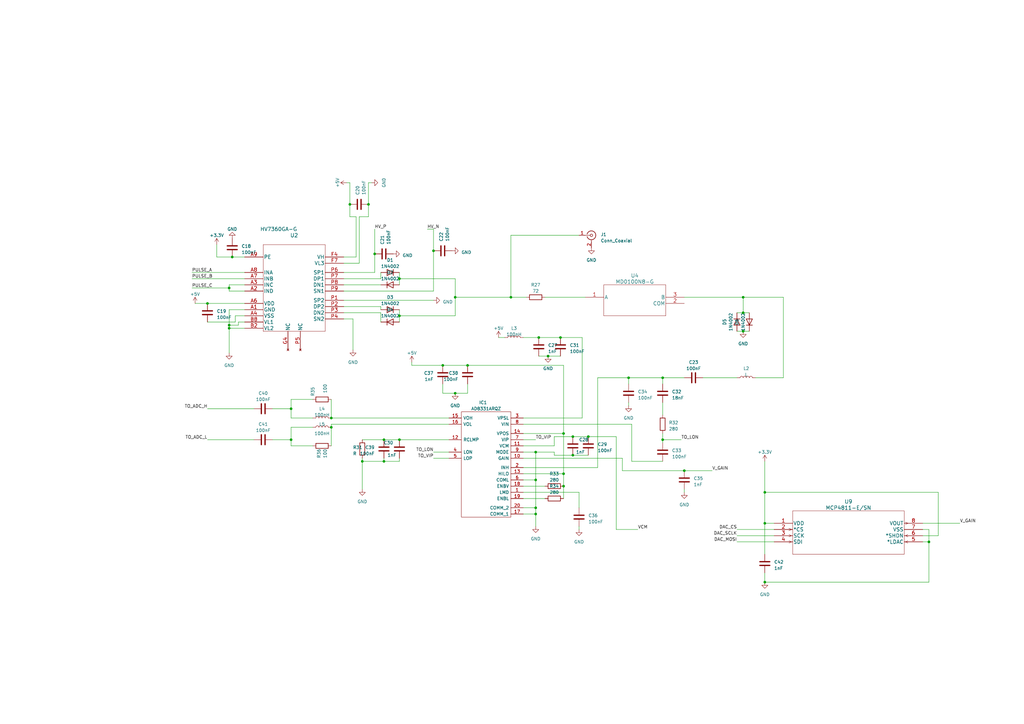
<source format=kicad_sch>
(kicad_sch (version 20230121) (generator eeschema)
  (paper "A3")
  (lib_symbols
    (symbol "2023-02-21_23-40-37:HV7360GA-G" (pin_names (offset 0.254))
      (property "Reference" "U2" (at 20.32 8.89 0))
      (property "Value" "HV7360GA-G" (at 13.97 11.43 0))
      (symbol "HV7360GA-G_1_1"
        (polyline (pts (xy 7.62 -30.48) (xy 33.02 -30.48)) (stroke (width 0.127)))
        (polyline (pts (xy 7.62 5.08) (xy 7.62 -30.48)) (stroke (width 0.127)))
        (polyline (pts (xy 33.02 -30.48) (xy 33.02 5.08)) (stroke (width 0.127)))
        (polyline (pts (xy 33.02 5.08) (xy 7.62 5.08)) (stroke (width 0.127)))
        (pin power_in line (at 0 -21.59 0) (length 7.62) (name "GND") (number "A1"))
        (pin input line (at 0 -13.97 0) (length 7.62) (name "IND") (number "A2"))
        (pin input line (at 0 -11.43 0) (length 7.62) (name "INC") (number "A3"))
        (pin power_in line (at 0 -24.13 0) (length 7.62) (name "VSS") (number "A4"))
        (pin power_in line (at 0 -19.05 0) (length 7.62) (name "VDD") (number "A6"))
        (pin input line (at 0 -8.89 0) (length 7.62) (name "INB") (number "A7"))
        (pin input line (at 0 -6.35 0) (length 7.62) (name "INA") (number "A8"))
        (pin input line (at 0 0 0) (length 7.62) (name "PE") (number "A9"))
        (pin power_in line (at 0 -29.21 0) (length 7.62) (name "VL2") (number "B2"))
        (pin power_in line (at 0 -26.67 0) (length 7.62) (name "VL1") (number "B8"))
        (pin power_in line (at 40.64 0 180) (length 7.62) (name "VH") (number "F4"))
        (pin bidirectional line (at 40.64 -2.54 180) (length 7.62) (name "VL3") (number "F7"))
        (pin no_connect line (at 17.78 -38.1 90) (length 7.62) (name "NC") (number "G4"))
        (pin power_in line (at 40.64 -17.78 180) (length 7.62) (name "SP2") (number "P1"))
        (pin output line (at 40.64 -20.32 180) (length 7.62) (name "DP2") (number "P2"))
        (pin output line (at 40.64 -22.86 180) (length 7.62) (name "DN2") (number "P3"))
        (pin power_in line (at 40.64 -25.4 180) (length 7.62) (name "SN2") (number "P4"))
        (pin no_connect line (at 22.86 -38.1 90) (length 7.62) (name "NC") (number "P5"))
        (pin power_in line (at 40.64 -6.35 180) (length 7.62) (name "SP1") (number "P6"))
        (pin output line (at 40.64 -8.89 180) (length 7.62) (name "DP1") (number "P7"))
        (pin output line (at 40.64 -11.43 180) (length 7.62) (name "DN1") (number "P8"))
        (pin power_in line (at 40.64 -13.97 180) (length 7.62) (name "SN1") (number "P9"))
      )
    )
    (symbol "2023-02-21_23-41-26:MD0100N8-G" (pin_names (offset 0.254))
      (property "Reference" "U" (at 20.32 10.16 0))
      (property "Value" "MD0100N8-G" (at 20.32 7.62 0))
      (symbol "MD0100N8-G_1_1"
        (polyline (pts (xy 7.62 -7.62) (xy 33.02 -7.62)) (stroke (width 0.127)))
        (polyline (pts (xy 7.62 5.08) (xy 7.62 -7.62)) (stroke (width 0.127)))
        (polyline (pts (xy 33.02 -7.62) (xy 33.02 5.08)) (stroke (width 0.127)))
        (polyline (pts (xy 33.02 5.08) (xy 7.62 5.08)) (stroke (width 0.127)))
        (pin unspecified line (at 0 0 0) (length 7.62) (name "A") (number "1"))
        (pin unspecified line (at 40.64 -2.54 180) (length 7.62) (name "COM") (number "2"))
        (pin unspecified line (at 40.64 0 180) (length 7.62) (name "B") (number "3"))
      )
    )
    (symbol "2023-02-23_20-47-58:MCP4811-E/SN" (pin_names (offset 0.254))
      (property "Reference" "U" (at 30.48 10.16 0))
      (property "Value" "MCP4811-E/SN" (at 30.48 7.62 0))
      (symbol "MCP4811-E/SN_1_1"
        (polyline (pts (xy 7.112 -7.62) (xy 6.0452 -8.128)) (stroke (width 0.127)))
        (polyline (pts (xy 7.112 -7.62) (xy 6.0452 -7.112)) (stroke (width 0.127)))
        (polyline (pts (xy 7.112 -5.08) (xy 6.0452 -5.588)) (stroke (width 0.127)))
        (polyline (pts (xy 7.112 -5.08) (xy 6.0452 -4.572)) (stroke (width 0.127)))
        (polyline (pts (xy 7.112 -2.54) (xy 6.0452 -3.048)) (stroke (width 0.127)))
        (polyline (pts (xy 7.112 -2.54) (xy 6.0452 -2.032)) (stroke (width 0.127)))
        (polyline (pts (xy 7.62 -12.7) (xy 53.34 -12.7)) (stroke (width 0.127)))
        (polyline (pts (xy 7.62 5.08) (xy 7.62 -12.7)) (stroke (width 0.127)))
        (polyline (pts (xy 53.34 -12.7) (xy 53.34 5.08)) (stroke (width 0.127)))
        (polyline (pts (xy 53.34 5.08) (xy 7.62 5.08)) (stroke (width 0.127)))
        (polyline (pts (xy 53.848 -7.62) (xy 54.9148 -8.128)) (stroke (width 0.127)))
        (polyline (pts (xy 53.848 -7.62) (xy 54.9148 -7.112)) (stroke (width 0.127)))
        (polyline (pts (xy 53.848 -5.08) (xy 54.9148 -5.588)) (stroke (width 0.127)))
        (polyline (pts (xy 53.848 -5.08) (xy 54.9148 -4.572)) (stroke (width 0.127)))
        (polyline (pts (xy 53.848 -0.508) (xy 54.9148 0)) (stroke (width 0.127)))
        (polyline (pts (xy 53.848 0.508) (xy 54.9148 0)) (stroke (width 0.127)))
        (pin power_in line (at 0 0 0) (length 7.62) (name "VDD") (number "1"))
        (pin input line (at 0 -2.54 0) (length 7.62) (name "*CS") (number "2"))
        (pin input line (at 0 -5.08 0) (length 7.62) (name "SCK") (number "3"))
        (pin input line (at 0 -7.62 0) (length 7.62) (name "SDI") (number "4"))
        (pin input line (at 60.96 -7.62 180) (length 7.62) (name "*LDAC") (number "5"))
        (pin input line (at 60.96 -5.08 180) (length 7.62) (name "*SHDN") (number "6"))
        (pin power_in line (at 60.96 -2.54 180) (length 7.62) (name "VSS") (number "7"))
        (pin output line (at 60.96 0 180) (length 7.62) (name "VOUT") (number "8"))
      )
    )
    (symbol "AD8331ARQZ:AD8331ARQZ" (pin_names (offset 0.762))
      (property "Reference" "IC1" (at 15.24 6.35 0))
      (property "Value" "AD8331ARQZ" (at 16.51 3.81 0))
      (symbol "AD8331ARQZ_0_0"
        (pin passive line (at 31.75 -30.48 180) (length 5.08) (name "LMD") (number "1"))
        (pin passive line (at 31.75 -16.51 180) (length 5.08) (name "GAIN") (number "10"))
        (pin passive line (at 31.75 -11.43 180) (length 5.08) (name "VCM") (number "11"))
        (pin passive line (at 1.27 -8.89 0) (length 5.08) (name "RCLMP") (number "12"))
        (pin passive line (at 31.75 -22.86 180) (length 5.08) (name "HILO") (number "13"))
        (pin passive line (at 31.75 -6.35 180) (length 5.08) (name "VPOS") (number "14"))
        (pin passive line (at 1.27 0 0) (length 5.08) (name "VOH") (number "15"))
        (pin passive line (at 1.27 -2.54 0) (length 5.08) (name "VOL") (number "16"))
        (pin passive line (at 31.75 -39.37 180) (length 5.08) (name "COMM_1") (number "17"))
        (pin passive line (at 31.75 -27.94 180) (length 5.08) (name "ENBV") (number "18"))
        (pin passive line (at 31.75 -33.02 180) (length 5.08) (name "ENBL") (number "19"))
        (pin passive line (at 31.75 -20.32 180) (length 5.08) (name "INH") (number "2"))
        (pin passive line (at 31.75 -36.83 180) (length 5.08) (name "COMM_2") (number "20"))
        (pin passive line (at 31.75 0 180) (length 5.08) (name "VPSL") (number "3"))
        (pin passive line (at 1.27 -13.97 0) (length 5.08) (name "LON") (number "4"))
        (pin passive line (at 1.27 -16.51 0) (length 5.08) (name "LOP") (number "5"))
        (pin passive line (at 31.75 -25.4 180) (length 5.08) (name "COML") (number "6"))
        (pin passive line (at 31.75 -8.89 180) (length 5.08) (name "VIP") (number "7"))
        (pin passive line (at 31.75 -2.54 180) (length 5.08) (name "VIN") (number "8"))
        (pin passive line (at 31.75 -13.97 180) (length 5.08) (name "MODE") (number "9"))
      )
      (symbol "AD8331ARQZ_0_1"
        (polyline (pts (xy 26.67 2.54) (xy 6.35 2.54) (xy 6.35 -40.64) (xy 26.67 -40.64) (xy 26.67 2.54)) (stroke (width 0.1524)))
      )
    )
    (symbol "Connector:Conn_Coaxial" (pin_names (offset 1.016) hide)
      (property "Reference" "J" (at 0.254 3.048 0))
      (property "Value" "Conn_Coaxial" (at 2.921 0 90))
      (symbol "Conn_Coaxial_0_1"
        (arc (start -1.778 -0.508) (mid 0.2311 -1.8066) (end 1.778 0) (stroke (width 0.254)))
        (polyline (pts (xy -2.54 0) (xy -0.508 0)))
        (polyline (pts (xy 0 -2.54) (xy 0 -1.778)))
        (circle (center 0 0) (radius 0.508) (stroke (width 0.2032)))
        (arc (start 1.778 0) (mid 0.2099 1.8101) (end -1.778 0.508) (stroke (width 0.254)))
      )
      (symbol "Conn_Coaxial_1_1"
        (pin passive line (at -5.08 0 0) (length 2.54) (name "In") (number "1"))
        (pin passive line (at 0 -5.08 90) (length 2.54) (name "Ext") (number "2"))
      )
    )
    (symbol "Device:C" (pin_numbers hide) (pin_names (offset 0.254))
      (property "Reference" "C" (at 0.635 2.54 0))
      (property "Value" "C" (at 0.635 -2.54 0))
      (symbol "C_0_1"
        (polyline (pts (xy -2.032 -0.762) (xy 2.032 -0.762)) (stroke (width 0.508)))
        (polyline (pts (xy -2.032 0.762) (xy 2.032 0.762)) (stroke (width 0.508)))
      )
      (symbol "C_1_1"
        (pin passive line (at 0 3.81 270) (length 2.794) (name "~") (number "1"))
        (pin passive line (at 0 -3.81 90) (length 2.794) (name "~") (number "2"))
      )
    )
    (symbol "Device:L" (pin_numbers hide) (pin_names (offset 1.016) hide)
      (property "Reference" "L" (at -1.27 0 90))
      (property "Value" "L" (at 1.905 0 90))
      (symbol "L_0_1"
        (arc (start 0 -2.54) (mid 0.6323 -1.905) (end 0 -1.27))
        (arc (start 0 -1.27) (mid 0.6323 -0.635) (end 0 0))
        (arc (start 0 0) (mid 0.6323 0.635) (end 0 1.27))
        (arc (start 0 1.27) (mid 0.6323 1.905) (end 0 2.54))
      )
      (symbol "L_1_1"
        (pin passive line (at 0 3.81 270) (length 1.27) (name "1") (number "1"))
        (pin passive line (at 0 -3.81 90) (length 1.27) (name "2") (number "2"))
      )
    )
    (symbol "Device:R" (pin_numbers hide) (pin_names (offset 0))
      (property "Reference" "R" (at 2.032 0 90))
      (property "Value" "R" (at 0 0 90))
      (symbol "R_0_1"
        (rectangle (start -1.016 -2.54) (end 1.016 2.54) (stroke (width 0.254)))
      )
      (symbol "R_1_1"
        (pin passive line (at 0 3.81 270) (length 1.27) (name "~") (number "1"))
        (pin passive line (at 0 -3.81 90) (length 1.27) (name "~") (number "2"))
      )
    )
    (symbol "Diode:1N4002" (pin_numbers hide) (pin_names hide)
      (property "Reference" "D" (at 0 2.54 0))
      (property "Value" "1N4002" (at 0 -2.54 0))
      (symbol "1N4002_0_1"
        (polyline (pts (xy -1.27 1.27) (xy -1.27 -1.27)) (stroke (width 0.254)))
        (polyline (pts (xy 1.27 0) (xy -1.27 0)))
        (polyline (pts (xy 1.27 1.27) (xy 1.27 -1.27) (xy -1.27 0) (xy 1.27 1.27)) (stroke (width 0.254)))
      )
      (symbol "1N4002_1_1"
        (pin passive line (at -3.81 0 0) (length 2.54) (name "K") (number "1"))
        (pin passive line (at 3.81 0 180) (length 2.54) (name "A") (number "2"))
      )
    )
    (symbol "power:+3.3V" (power) (pin_names (offset 0))
      (property "Value" "+3.3V" (at 0 3.556 0))
      (symbol "+3.3V_0_1"
        (polyline (pts (xy -0.762 1.27) (xy 0 2.54)))
        (polyline (pts (xy 0 0) (xy 0 2.54)))
        (polyline (pts (xy 0 2.54) (xy 0.762 1.27)))
      )
      (symbol "+3.3V_1_1"
        (pin power_in line (at 0 0 90) (length 0) hide (name "+3.3V") (number "1"))
      )
    )
    (symbol "power:+5V" (power) (pin_names (offset 0))
      (property "Value" "+5V" (at 0 3.556 0))
      (symbol "+5V_0_1"
        (polyline (pts (xy -0.762 1.27) (xy 0 2.54)))
        (polyline (pts (xy 0 0) (xy 0 2.54)))
        (polyline (pts (xy 0 2.54) (xy 0.762 1.27)))
      )
      (symbol "+5V_1_1"
        (pin power_in line (at 0 0 90) (length 0) hide (name "+5V") (number "1"))
      )
    )
    (symbol "power:GND" (power) (pin_names (offset 0))
      (property "Value" "GND" (at 0 -3.81 0))
      (symbol "GND_0_1"
        (polyline (pts (xy 0 0) (xy 0 -1.27) (xy 1.27 -1.27) (xy 0 -2.54) (xy -1.27 -1.27) (xy 0 -1.27)))
      )
      (symbol "GND_1_1"
        (pin power_in line (at 0 0 270) (length 0) hide (name "GND") (number "1"))
      )
    )
  )
  (junction (at 157.48 180.34))
  (junction (at 219.71 196.85))
  (junction (at 143.51 83.82))
  (junction (at 280.67 193.04))
  (junction (at 241.3 179.07))
  (junction (at 313.69 238.76))
  (junction (at 313.69 214.63))
  (junction (at 93.98 134.62))
  (junction (at 119.38 180.34))
  (junction (at 95.25 105.41))
  (junction (at 93.98 118.11))
  (junction (at 85.09 124.46))
  (junction (at 219.71 208.28))
  (junction (at 157.48 189.23))
  (junction (at 381 222.25))
  (junction (at 234.95 179.07))
  (junction (at 191.77 149.86))
  (junction (at 231.14 199.39))
  (junction (at 209.55 121.92))
  (junction (at 313.69 201.93))
  (junction (at 224.79 146.05))
  (junction (at 304.8 135.89))
  (junction (at 163.83 114.3))
  (junction (at 153.67 104.14))
  (junction (at 151.13 83.82))
  (junction (at 271.78 180.34))
  (junction (at 135.89 171.45))
  (junction (at 231.14 177.8))
  (junction (at 220.98 138.43))
  (junction (at 234.95 186.69))
  (junction (at 177.8 102.87))
  (junction (at 148.59 189.23))
  (junction (at 181.61 149.86))
  (junction (at 219.71 185.42))
  (junction (at 135.89 175.26))
  (junction (at 304.8 121.92))
  (junction (at 229.87 138.43))
  (junction (at 186.69 121.92))
  (junction (at 271.78 154.94))
  (junction (at 257.81 154.94))
  (junction (at 163.83 180.34))
  (junction (at 186.69 161.29))
  (junction (at 93.98 133.35))
  (junction (at 119.38 167.64))
  (junction (at 304.8 128.27))
  (junction (at 231.14 194.31))
  (junction (at 219.71 210.82))
  (junction (at 163.83 129.54))
  (wire (pts (xy 119.38 180.34) (xy 119.38 182.88)))
  (wire (pts (xy 97.79 132.08) (xy 97.79 133.35)))
  (wire (pts (xy 85.09 132.08) (xy 96.52 132.08)))
  (wire (pts (xy 88.9 105.41) (xy 95.25 105.41)))
  (wire (pts (xy 135.89 163.83) (xy 135.89 171.45)))
  (wire (pts (xy 97.79 133.35) (xy 93.98 133.35)))
  (wire (pts (xy 309.88 154.94) (xy 321.31 154.94)))
  (wire (pts (xy 313.69 189.23) (xy 313.69 201.93)))
  (wire (pts (xy 100.33 127) (xy 93.98 127)))
  (wire (pts (xy 215.9 121.92) (xy 209.55 121.92)))
  (wire (pts (xy 80.01 124.46) (xy 85.09 124.46)))
  (wire (pts (xy 231.14 149.86) (xy 231.14 177.8)))
  (wire (pts (xy 153.67 104.14) (xy 153.67 111.76)))
  (wire (pts (xy 93.98 133.35) (xy 93.98 134.62)))
  (wire (pts (xy 219.71 185.42) (xy 219.71 196.85)))
  (wire (pts (xy 146.05 88.9) (xy 143.51 88.9)))
  (wire (pts (xy 271.78 180.34) (xy 279.4 180.34)))
  (wire (pts (xy 184.15 171.45) (xy 135.89 171.45)))
  (wire (pts (xy 302.26 135.89) (xy 304.8 135.89)))
  (wire (pts (xy 163.83 127) (xy 163.83 129.54)))
  (wire (pts (xy 313.69 238.76) (xy 381 238.76)))
  (wire (pts (xy 231.14 177.8) (xy 231.14 194.31)))
  (wire (pts (xy 252.73 179.07) (xy 252.73 217.17)))
  (wire (pts (xy 234.95 179.07) (xy 241.3 179.07)))
  (wire (pts (xy 227.33 186.69) (xy 234.95 186.69)))
  (wire (pts (xy 144.78 130.81) (xy 140.97 130.81)))
  (wire (pts (xy 186.69 114.3) (xy 186.69 121.92)))
  (wire (pts (xy 313.69 214.63) (xy 317.5 214.63)))
  (wire (pts (xy 135.89 173.99) (xy 135.89 175.26)))
  (wire (pts (xy 227.33 182.88) (xy 227.33 179.07)))
  (wire (pts (xy 271.78 180.34) (xy 271.78 181.61)))
  (wire (pts (xy 93.98 127) (xy 93.98 133.35)))
  (wire (pts (xy 245.11 154.94) (xy 245.11 191.77)))
  (wire (pts (xy 146.05 105.41) (xy 140.97 105.41)))
  (wire (pts (xy 255.27 187.96) (xy 255.27 193.04)))
  (wire (pts (xy 140.97 116.84) (xy 156.21 116.84)))
  (wire (pts (xy 288.29 154.94) (xy 302.26 154.94)))
  (wire (pts (xy 119.38 171.45) (xy 128.27 171.45)))
  (wire (pts (xy 259.08 189.23) (xy 259.08 173.99)))
  (wire (pts (xy 147.32 107.95) (xy 140.97 107.95)))
  (wire (pts (xy 223.52 121.92) (xy 240.03 121.92)))
  (wire (pts (xy 214.63 199.39) (xy 223.52 199.39)))
  (wire (pts (xy 381 238.76) (xy 381 222.25)))
  (wire (pts (xy 95.25 105.41) (xy 100.33 105.41)))
  (wire (pts (xy 271.78 177.8) (xy 271.78 180.34)))
  (wire (pts (xy 151.13 74.93) (xy 152.4 74.93)))
  (wire (pts (xy 231.14 194.31) (xy 231.14 199.39)))
  (wire (pts (xy 177.8 185.42) (xy 184.15 185.42)))
  (wire (pts (xy 148.59 189.23) (xy 157.48 189.23)))
  (wire (pts (xy 280.67 121.92) (xy 304.8 121.92)))
  (wire (pts (xy 237.49 201.93) (xy 237.49 208.28)))
  (wire (pts (xy 304.8 128.27) (xy 307.34 128.27)))
  (wire (pts (xy 313.69 201.93) (xy 384.81 201.93)))
  (wire (pts (xy 181.61 149.86) (xy 168.91 149.86)))
  (wire (pts (xy 148.59 180.34) (xy 157.48 180.34)))
  (wire (pts (xy 313.69 201.93) (xy 313.69 214.63)))
  (wire (pts (xy 100.33 132.08) (xy 97.79 132.08)))
  (wire (pts (xy 96.52 132.08) (xy 96.52 129.54)))
  (wire (pts (xy 241.3 179.07) (xy 252.73 179.07)))
  (wire (pts (xy 304.8 121.92) (xy 321.31 121.92)))
  (wire (pts (xy 156.21 128.27) (xy 156.21 132.08)))
  (wire (pts (xy 93.98 116.84) (xy 93.98 118.11)))
  (wire (pts (xy 119.38 175.26) (xy 119.38 180.34)))
  (wire (pts (xy 78.74 114.3) (xy 100.33 114.3)))
  (wire (pts (xy 214.63 180.34) (xy 219.71 180.34)))
  (wire (pts (xy 229.87 138.43) (xy 238.76 138.43)))
  (wire (pts (xy 209.55 96.52) (xy 209.55 121.92)))
  (wire (pts (xy 214.63 171.45) (xy 238.76 171.45)))
  (wire (pts (xy 313.69 214.63) (xy 313.69 227.33)))
  (wire (pts (xy 280.67 193.04) (xy 292.1 193.04)))
  (wire (pts (xy 157.48 180.34) (xy 163.83 180.34)))
  (wire (pts (xy 78.74 118.11) (xy 93.98 118.11)))
  (wire (pts (xy 381 217.17) (xy 378.46 217.17)))
  (wire (pts (xy 96.52 129.54) (xy 100.33 129.54)))
  (wire (pts (xy 271.78 189.23) (xy 259.08 189.23)))
  (wire (pts (xy 163.83 180.34) (xy 184.15 180.34)))
  (wire (pts (xy 302.26 128.27) (xy 304.8 128.27)))
  (wire (pts (xy 140.97 128.27) (xy 156.21 128.27)))
  (wire (pts (xy 191.77 161.29) (xy 186.69 161.29)))
  (wire (pts (xy 204.47 138.43) (xy 207.01 138.43)))
  (wire (pts (xy 245.11 154.94) (xy 257.81 154.94)))
  (wire (pts (xy 93.98 118.11) (xy 93.98 119.38)))
  (wire (pts (xy 151.13 83.82) (xy 151.13 74.93)))
  (wire (pts (xy 271.78 170.18) (xy 271.78 165.1)))
  (wire (pts (xy 147.32 88.9) (xy 147.32 107.95)))
  (wire (pts (xy 156.21 125.73) (xy 156.21 127)))
  (wire (pts (xy 191.77 157.48) (xy 191.77 161.29)))
  (wire (pts (xy 135.89 175.26) (xy 135.89 182.88)))
  (wire (pts (xy 184.15 173.99) (xy 135.89 173.99)))
  (wire (pts (xy 259.08 173.99) (xy 214.63 173.99)))
  (wire (pts (xy 220.98 146.05) (xy 224.79 146.05)))
  (wire (pts (xy 257.81 154.94) (xy 271.78 154.94)))
  (wire (pts (xy 163.83 187.96) (xy 163.83 189.23)))
  (wire (pts (xy 384.81 201.93) (xy 384.81 219.71)))
  (wire (pts (xy 214.63 138.43) (xy 220.98 138.43)))
  (wire (pts (xy 280.67 200.66) (xy 280.67 201.93)))
  (wire (pts (xy 220.98 138.43) (xy 229.87 138.43)))
  (wire (pts (xy 153.67 93.98) (xy 153.67 104.14)))
  (wire (pts (xy 302.26 222.25) (xy 317.5 222.25)))
  (wire (pts (xy 214.63 177.8) (xy 231.14 177.8)))
  (wire (pts (xy 88.9 100.33) (xy 88.9 105.41)))
  (wire (pts (xy 163.83 129.54) (xy 186.69 129.54)))
  (wire (pts (xy 151.13 88.9) (xy 151.13 83.82)))
  (wire (pts (xy 163.83 111.76) (xy 163.83 114.3)))
  (wire (pts (xy 168.91 149.86) (xy 168.91 148.59)))
  (wire (pts (xy 148.59 189.23) (xy 148.59 200.66)))
  (wire (pts (xy 302.26 217.17) (xy 317.5 217.17)))
  (wire (pts (xy 177.8 187.96) (xy 184.15 187.96)))
  (wire (pts (xy 214.63 204.47) (xy 223.52 204.47)))
  (wire (pts (xy 111.76 180.34) (xy 119.38 180.34)))
  (wire (pts (xy 93.98 134.62) (xy 93.98 144.78)))
  (wire (pts (xy 381 222.25) (xy 381 217.17)))
  (wire (pts (xy 128.27 163.83) (xy 119.38 163.83)))
  (wire (pts (xy 140.97 125.73) (xy 156.21 125.73)))
  (wire (pts (xy 302.26 219.71) (xy 317.5 219.71)))
  (wire (pts (xy 214.63 185.42) (xy 219.71 185.42)))
  (wire (pts (xy 119.38 167.64) (xy 119.38 171.45)))
  (wire (pts (xy 214.63 196.85) (xy 219.71 196.85)))
  (wire (pts (xy 143.51 83.82) (xy 143.51 74.93)))
  (wire (pts (xy 214.63 208.28) (xy 219.71 208.28)))
  (wire (pts (xy 163.83 114.3) (xy 163.83 116.84)))
  (wire (pts (xy 143.51 74.93) (xy 142.24 74.93)))
  (wire (pts (xy 148.59 187.96) (xy 148.59 189.23)))
  (wire (pts (xy 245.11 191.77) (xy 214.63 191.77)))
  (wire (pts (xy 181.61 161.29) (xy 181.61 157.48)))
  (wire (pts (xy 100.33 134.62) (xy 93.98 134.62)))
  (wire (pts (xy 140.97 111.76) (xy 153.67 111.76)))
  (wire (pts (xy 214.63 182.88) (xy 227.33 182.88)))
  (wire (pts (xy 146.05 88.9) (xy 146.05 105.41)))
  (wire (pts (xy 191.77 149.86) (xy 181.61 149.86)))
  (wire (pts (xy 186.69 121.92) (xy 186.69 129.54)))
  (wire (pts (xy 271.78 154.94) (xy 271.78 157.48)))
  (wire (pts (xy 313.69 234.95) (xy 313.69 238.76)))
  (wire (pts (xy 177.8 93.98) (xy 175.26 93.98)))
  (wire (pts (xy 143.51 88.9) (xy 143.51 83.82)))
  (wire (pts (xy 119.38 182.88) (xy 128.27 182.88)))
  (wire (pts (xy 384.81 219.71) (xy 378.46 219.71)))
  (wire (pts (xy 163.83 114.3) (xy 186.69 114.3)))
  (wire (pts (xy 231.14 199.39) (xy 231.14 204.47)))
  (wire (pts (xy 78.74 111.76) (xy 100.33 111.76)))
  (wire (pts (xy 257.81 166.37) (xy 257.81 165.1)))
  (wire (pts (xy 238.76 138.43) (xy 238.76 171.45)))
  (wire (pts (xy 119.38 163.83) (xy 119.38 167.64)))
  (wire (pts (xy 271.78 154.94) (xy 280.67 154.94)))
  (wire (pts (xy 234.95 186.69) (xy 241.3 186.69)))
  (wire (pts (xy 214.63 187.96) (xy 255.27 187.96)))
  (wire (pts (xy 219.71 210.82) (xy 219.71 215.9)))
  (wire (pts (xy 186.69 121.92) (xy 209.55 121.92)))
  (wire (pts (xy 255.27 193.04) (xy 280.67 193.04)))
  (wire (pts (xy 214.63 201.93) (xy 237.49 201.93)))
  (wire (pts (xy 378.46 214.63) (xy 393.7 214.63)))
  (wire (pts (xy 214.63 194.31) (xy 231.14 194.31)))
  (wire (pts (xy 100.33 116.84) (xy 93.98 116.84)))
  (wire (pts (xy 128.27 175.26) (xy 119.38 175.26)))
  (wire (pts (xy 93.98 119.38) (xy 100.33 119.38)))
  (wire (pts (xy 304.8 121.92) (xy 304.8 128.27)))
  (wire (pts (xy 177.8 119.38) (xy 140.97 119.38)))
  (wire (pts (xy 237.49 215.9) (xy 237.49 217.17)))
  (wire (pts (xy 156.21 114.3) (xy 156.21 111.76)))
  (wire (pts (xy 85.09 124.46) (xy 100.33 124.46)))
  (wire (pts (xy 257.81 154.94) (xy 257.81 157.48)))
  (wire (pts (xy 147.32 88.9) (xy 151.13 88.9)))
  (wire (pts (xy 85.09 167.64) (xy 104.14 167.64)))
  (wire (pts (xy 111.76 167.64) (xy 119.38 167.64)))
  (wire (pts (xy 219.71 185.42) (xy 227.33 185.42)))
  (wire (pts (xy 219.71 196.85) (xy 219.71 208.28)))
  (wire (pts (xy 157.48 189.23) (xy 163.83 189.23)))
  (wire (pts (xy 304.8 135.89) (xy 307.34 135.89)))
  (wire (pts (xy 224.79 146.05) (xy 229.87 146.05)))
  (wire (pts (xy 140.97 114.3) (xy 156.21 114.3)))
  (wire (pts (xy 163.83 129.54) (xy 163.83 132.08)))
  (wire (pts (xy 214.63 210.82) (xy 219.71 210.82)))
  (wire (pts (xy 177.8 93.98) (xy 177.8 102.87)))
  (wire (pts (xy 157.48 187.96) (xy 157.48 189.23)))
  (wire (pts (xy 177.8 102.87) (xy 177.8 119.38)))
  (wire (pts (xy 186.69 161.29) (xy 181.61 161.29)))
  (wire (pts (xy 378.46 222.25) (xy 381 222.25)))
  (wire (pts (xy 191.77 149.86) (xy 231.14 149.86)))
  (wire (pts (xy 104.14 180.34) (xy 85.09 180.34)))
  (wire (pts (xy 252.73 217.17) (xy 261.62 217.17)))
  (wire (pts (xy 227.33 179.07) (xy 234.95 179.07)))
  (wire (pts (xy 227.33 185.42) (xy 227.33 186.69)))
  (wire (pts (xy 321.31 121.92) (xy 321.31 154.94)))
  (wire (pts (xy 219.71 208.28) (xy 219.71 210.82)))
  (wire (pts (xy 144.78 143.51) (xy 144.78 130.81)))
  (wire (pts (xy 209.55 96.52) (xy 237.49 96.52)))
  (wire (pts (xy 140.97 123.19) (xy 177.8 123.19)))
  (label "DAC_MOSI" (at 302.26 222.25 180))
  (label "PULSE_B" (at 78.74 114.3 0))
  (label "V_GAIN" (at 393.7 214.63 0))
  (label "V_GAIN" (at 292.1 193.04 0))
  (label "TO_VIP" (at 177.8 187.96 180))
  (label "HV_P" (at 153.67 93.98 0))
  (label "TO_LON" (at 177.8 185.42 180))
  (label "PULSE_A" (at 78.74 111.76 0))
  (label "HV_N" (at 175.26 93.98 0))
  (label "PULSE_C" (at 78.74 118.11 0))
  (label "DAC_CS" (at 302.26 217.17 180))
  (label "DAC_SCLK" (at 302.26 219.71 180))
  (label "TO_ADC_H" (at 85.09 167.64 180))
  (label "TO_LON" (at 279.4 180.34 0))
  (label "TO_VIP" (at 219.71 180.34 0))
  (label "VCM" (at 261.62 217.17 0))
  (label "TO_ADC_L" (at 85.09 180.34 180))
  (symbol (lib_id "2023-02-21_23-40-37:HV7360GA-G") (at 100.33 105.41 0) (unit 1)
    (property "Reference" "U2" (at 120.65 96.52 0) (effects (font (size 1.524 1.524))))
    (property "Value" "HV7360GA-G" (at 114.3 93.98 0) (effects (font (size 1.524 1.524))))
    (property "Footprint" "CABGA22_JY_MCH" (effects hide))
  )
  (symbol (lib_id "Device:R") (at 227.33 199.39 90) (unit 1)
    (property "Reference" "R33" (at 227.33 194.31 90))
    (property "Value" "280" (at 227.33 196.85 90))
  )
  (symbol (lib_id "power:+3.3V") (at 313.69 189.23 0) (unit 1)
    (property "Reference" "#PWR053" (effects hide))
    (property "Value" "+3.3V" (at 313.69 185.42 0))
  )
  (symbol (lib_id "Diode:1N4002") (at 160.02 132.08 0) (unit 1)
    (property "Reference" "D4" (at 160.02 127 0))
    (property "Value" "1N4002" (at 160.02 129.54 0))
    (property "Footprint" "Diode_THT:D_DO-41_SOD81_P10.16mm_Horizontal" (effects hide))
    (property "Datasheet" "http://www.vishay.com/docs/88503/1n4001.pdf" (effects hide))
    (property "Sim.Device" "D" (effects hide))
    (property "Sim.Pins" "1=K 2=A" (effects hide))
  )
  (symbol (lib_id "power:+5V") (at 142.24 74.93 90) (unit 1)
    (property "Reference" "#PWR034" (effects hide))
    (property "Value" "+5V" (at 138.43 74.93 0))
  )
  (symbol (lib_id "Device:C") (at 147.32 83.82 90) (unit 1)
    (property "Reference" "C20" (at 146.685 80.01 0) (effects (justify left)))
    (property "Value" "100nF" (at 149.225 80.01 0) (effects (justify left)))
  )
  (symbol (lib_id "power:GND") (at 304.8 135.89 0) (unit 1)
    (property "Reference" "#PWR041" (effects hide))
    (property "Value" "GND" (at 304.8 140.97 0))
  )
  (symbol (lib_id "power:GND") (at 242.57 101.6 0) (unit 1)
    (property "Reference" "#PWR040" (effects hide))
    (property "Value" "GND" (at 242.57 106.68 0))
  )
  (symbol (lib_id "power:GND") (at 95.25 97.79 180) (unit 1)
    (property "Reference" "#PWR031" (effects hide))
    (property "Value" "GND" (at 95.25 93.98 0))
  )
  (symbol (lib_id "Diode:1N4002") (at 302.26 132.08 270) (unit 1)
    (property "Reference" "D5" (at 297.18 132.08 0))
    (property "Value" "1N4002" (at 299.72 132.08 0))
    (property "Footprint" "Diode_THT:D_DO-41_SOD81_P10.16mm_Horizontal" (effects hide))
    (property "Datasheet" "http://www.vishay.com/docs/88503/1n4001.pdf" (effects hide))
    (property "Sim.Device" "D" (effects hide))
    (property "Sim.Pins" "1=K 2=A" (effects hide))
  )
  (symbol (lib_id "Device:C") (at 163.83 184.15 0) (mirror y) (unit 1)
    (property "Reference" "C30" (at 161.29 181.61 0) (effects (justify left)))
    (property "Value" "1nF" (at 162.56 186.69 0) (effects (justify left)))
  )
  (symbol (lib_id "Device:C") (at 191.77 153.67 0) (mirror y) (unit 1)
    (property "Reference" "C38" (at 187.96 153.035 0) (effects (justify left)))
    (property "Value" "100nF" (at 187.96 155.575 0) (effects (justify left)))
  )
  (symbol (lib_id "power:GND") (at 161.29 104.14 90) (unit 1)
    (property "Reference" "#PWR038" (effects hide))
    (property "Value" "GND" (at 165.1 104.775 90) (effects (justify right)))
  )
  (symbol (lib_id "Device:C") (at 271.78 161.29 0) (unit 1)
    (property "Reference" "C32" (at 275.59 160.655 0) (effects (justify left)))
    (property "Value" "18nF" (at 275.59 163.195 0) (effects (justify left)))
  )
  (symbol (lib_id "Device:C") (at 280.67 196.85 0) (unit 1)
    (property "Reference" "C35" (at 284.48 196.215 0) (effects (justify left)))
    (property "Value" "1nF" (at 284.48 198.755 0) (effects (justify left)))
  )
  (symbol (lib_id "power:GND") (at 219.71 215.9 0) (unit 1)
    (property "Reference" "#PWR056" (effects hide))
    (property "Value" "GND" (at 219.71 220.98 0))
  )
  (symbol (lib_id "AD8331ARQZ:AD8331ARQZ") (at 182.88 171.45 0) (unit 1)
    (property "Reference" "IC1" (at 198.12 165.1 0))
    (property "Value" "AD8331ARQZ" (at 199.39 167.64 0))
    (property "Footprint" "SOP64P600X175-20N" (effects hide))
    (property "Datasheet" "http://www.analog.com/static/imported-files/data_sheets/AD8331_8332_8334.pdf" (effects hide))
    (property "Description" "AD8331ARQZ, Programmable Gain Amplifier, 20-Pin QSOP" (effects hide))
    (property "Height" "1.75" (effects hide))
    (property "Manufacturer_Name" "Analog Devices" (effects hide))
    (property "Manufacturer_Part_Number" "AD8331ARQZ" (effects hide))
    (property "Mouser Part Number" "584-AD8331ARQZ" (effects hide))
    (property "Mouser Price/Stock" "https://www.mouser.co.uk/ProductDetail/Analog-Devices/AD8331ARQZ?qs=%2FtpEQrCGXCwx0%2F22gf7ohQ%3D%3D" (effects hide))
    (property "Arrow Part Number" "AD8331ARQZ" (effects hide))
    (property "Arrow Price/Stock" "https://www.arrow.com/en/products/ad8331arqz/analog-devices?region=nac" (effects hide))
  )
  (symbol (lib_id "power:GND") (at 144.78 143.51 0) (unit 1)
    (property "Reference" "#PWR037" (effects hide))
    (property "Value" "GND" (at 144.78 148.59 0))
  )
  (symbol (lib_id "Device:C") (at 271.78 185.42 0) (unit 1)
    (property "Reference" "C33" (at 275.59 184.785 0) (effects (justify left)))
    (property "Value" "100nF" (at 275.59 187.325 0) (effects (justify left)))
  )
  (symbol (lib_id "Device:C") (at 157.48 104.14 90) (unit 1)
    (property "Reference" "C21" (at 156.845 100.33 0) (effects (justify left)))
    (property "Value" "100nF" (at 159.385 100.33 0) (effects (justify left)))
  )
  (symbol (lib_id "power:GND") (at 280.67 201.93 0) (unit 1)
    (property "Reference" "#PWR059" (effects hide))
    (property "Value" "GND" (at 280.67 207.01 0))
  )
  (symbol (lib_id "Device:R") (at 132.08 163.83 90) (unit 1)
    (property "Reference" "R35" (at 128.27 162.56 0) (effects (justify left)))
    (property "Value" "100" (at 133.35 161.29 0) (effects (justify left)))
  )
  (symbol (lib_id "Connector:Conn_Coaxial") (at 242.57 96.52 0) (unit 1)
    (property "Reference" "J1" (at 246.38 96.1782 0) (effects (justify left)))
    (property "Value" "Conn_Coaxial" (at 246.38 98.7182 0) (effects (justify left)))
    (property "Datasheet" " ~" (effects hide))
  )
  (symbol (lib_id "Device:L") (at 306.07 154.94 90) (unit 1)
    (property "Reference" "L2" (at 306.07 151.13 90))
    (property "Value" "L" (at 306.07 153.67 90))
  )
  (symbol (lib_id "power:GND") (at 224.79 146.05 0) (unit 1)
    (property "Reference" "#PWR057" (effects hide))
    (property "Value" "GND" (at 224.79 151.13 0))
  )
  (symbol (lib_id "Device:R") (at 219.71 121.92 90) (unit 1)
    (property "Reference" "R27" (at 219.71 116.84 90))
    (property "Value" "72" (at 219.71 119.38 90))
  )
  (symbol (lib_id "2023-02-21_23-41-26:MD0100N8-G") (at 240.03 121.92 0) (unit 1)
    (property "Reference" "U4" (at 260.35 113.03 0) (effects (font (size 1.524 1.524))))
    (property "Value" "MD0100N8-G" (at 260.35 115.57 0) (effects (font (size 1.524 1.524))))
    (property "Footprint" "TO-243AA_MCH" (effects hide))
  )
  (symbol (lib_id "Device:C") (at 234.95 182.88 0) (unit 1)
    (property "Reference" "C28" (at 237.49 180.34 0) (effects (justify left)))
    (property "Value" "1nF" (at 236.22 185.42 0) (effects (justify left)))
  )
  (symbol (lib_id "Device:L") (at 132.08 171.45 90) (unit 1)
    (property "Reference" "L4" (at 132.08 167.64 90))
    (property "Value" "100nH" (at 132.08 170.18 90))
  )
  (symbol (lib_id "power:+3.3V") (at 88.9 100.33 0) (unit 1)
    (property "Reference" "#PWR030" (effects hide))
    (property "Value" "+3.3V" (at 88.9 96.52 0))
  )
  (symbol (lib_id "power:GND") (at 237.49 217.17 0) (unit 1)
    (property "Reference" "#PWR060" (effects hide))
    (property "Value" "GND" (at 237.49 222.25 0))
  )
  (symbol (lib_id "Diode:1N4002") (at 160.02 127 180) (unit 1)
    (property "Reference" "D3" (at 160.02 121.92 0))
    (property "Value" "1N4002" (at 160.02 124.46 0))
    (property "Footprint" "Diode_THT:D_DO-41_SOD81_P10.16mm_Horizontal" (effects hide))
    (property "Datasheet" "http://www.vishay.com/docs/88503/1n4001.pdf" (effects hide))
    (property "Sim.Device" "D" (effects hide))
    (property "Sim.Pins" "1=K 2=A" (effects hide))
  )
  (symbol (lib_id "Device:C") (at 107.95 167.64 90) (mirror x) (unit 1)
    (property "Reference" "C40" (at 107.95 161.29 90))
    (property "Value" "100nF" (at 107.95 163.83 90))
  )
  (symbol (lib_id "power:GND") (at 186.69 161.29 0) (mirror y) (unit 1)
    (property "Reference" "#PWR062" (effects hide))
    (property "Value" "GND" (at 186.69 166.37 0))
  )
  (symbol (lib_id "power:GND") (at 257.81 166.37 0) (unit 1)
    (property "Reference" "#PWR058" (effects hide))
    (property "Value" "GND" (at 257.81 171.45 0))
  )
  (symbol (lib_id "Device:C") (at 157.48 184.15 0) (mirror y) (unit 1)
    (property "Reference" "C39" (at 153.67 183.515 0) (effects (justify left)))
    (property "Value" "100nF" (at 153.67 186.055 0) (effects (justify left)))
  )
  (symbol (lib_id "Device:L") (at 132.08 175.26 90) (unit 1)
    (property "Reference" "L5" (at 132.08 173.99 90))
    (property "Value" "100nH" (at 132.08 177.8 90))
  )
  (symbol (lib_id "2023-02-23_20-47-58:MCP4811-E/SN") (at 317.5 214.63 0) (unit 1)
    (property "Reference" "U9" (at 347.98 205.74 0) (effects (font (size 1.524 1.524))))
    (property "Value" "MCP4811-E/SN" (at 347.98 208.28 0) (effects (font (size 1.524 1.524))))
    (property "Footprint" "SOIC8-N_MC_MCH" (effects hide))
  )
  (symbol (lib_id "Device:C") (at 181.61 153.67 0) (mirror y) (unit 1)
    (property "Reference" "C37" (at 177.8 153.035 0) (effects (justify left)))
    (property "Value" "1nF" (at 177.8 155.575 0) (effects (justify left)))
  )
  (symbol (lib_id "power:+5V") (at 168.91 148.59 0) (mirror y) (unit 1)
    (property "Reference" "#PWR061" (effects hide))
    (property "Value" "+5V" (at 168.91 144.78 0))
  )
  (symbol (lib_id "Device:C") (at 85.09 128.27 0) (unit 1)
    (property "Reference" "C19" (at 88.9 127.635 0) (effects (justify left)))
    (property "Value" "100nF" (at 88.9 130.175 0) (effects (justify left)))
  )
  (symbol (lib_id "Diode:1N4002") (at 160.02 116.84 0) (unit 1)
    (property "Reference" "D2" (at 160.02 111.76 0))
    (property "Value" "1N4002" (at 160.02 114.3 0))
    (property "Footprint" "Diode_THT:D_DO-41_SOD81_P10.16mm_Horizontal" (effects hide))
    (property "Datasheet" "http://www.vishay.com/docs/88503/1n4001.pdf" (effects hide))
    (property "Sim.Device" "D" (effects hide))
    (property "Sim.Pins" "1=K 2=A" (effects hide))
  )
  (symbol (lib_id "Device:C") (at 284.48 154.94 270) (unit 1)
    (property "Reference" "C23" (at 284.48 148.59 90))
    (property "Value" "100nF" (at 284.48 151.13 90))
  )
  (symbol (lib_id "Device:R") (at 227.33 204.47 90) (unit 1)
    (property "Reference" "R34" (at 227.33 199.39 90))
    (property "Value" "280" (at 227.33 201.93 90))
  )
  (symbol (lib_id "Device:C") (at 107.95 180.34 90) (mirror x) (unit 1)
    (property "Reference" "C41" (at 107.95 173.99 90))
    (property "Value" "100nF" (at 107.95 176.53 90))
  )
  (symbol (lib_id "power:GND") (at 177.8 123.19 90) (unit 1)
    (property "Reference" "#PWR036" (effects hide))
    (property "Value" "GND" (at 181.61 123.825 90) (effects (justify right)))
  )
  (symbol (lib_id "Diode:1N4002") (at 160.02 111.76 180) (unit 1)
    (property "Reference" "D1" (at 160.02 106.68 0))
    (property "Value" "1N4002" (at 160.02 109.22 0))
    (property "Footprint" "Diode_THT:D_DO-41_SOD81_P10.16mm_Horizontal" (effects hide))
    (property "Datasheet" "http://www.vishay.com/docs/88503/1n4001.pdf" (effects hide))
    (property "Sim.Device" "D" (effects hide))
    (property "Sim.Pins" "1=K 2=A" (effects hide))
  )
  (symbol (lib_id "power:GND") (at 313.69 238.76 0) (unit 1)
    (property "Reference" "#PWR063" (effects hide))
    (property "Value" "GND" (at 313.69 243.84 0))
  )
  (symbol (lib_id "power:+5V") (at 80.01 124.46 0) (unit 1)
    (property "Reference" "#PWR032" (effects hide))
    (property "Value" "+5V" (at 80.01 120.65 0))
  )
  (symbol (lib_id "Device:R") (at 132.08 182.88 90) (unit 1)
    (property "Reference" "R36" (at 130.81 187.96 0) (effects (justify left)))
    (property "Value" "100" (at 133.35 187.96 0) (effects (justify left)))
  )
  (symbol (lib_id "Device:C") (at 220.98 142.24 0) (unit 1)
    (property "Reference" "C27" (at 224.79 141.605 0) (effects (justify left)))
    (property "Value" "1nF" (at 224.79 144.145 0) (effects (justify left)))
  )
  (symbol (lib_id "Device:C") (at 257.81 161.29 0) (unit 1)
    (property "Reference" "C34" (at 261.62 160.655 0) (effects (justify left)))
    (property "Value" "100nF" (at 261.62 163.195 0) (effects (justify left)))
  )
  (symbol (lib_id "Device:C") (at 237.49 212.09 0) (unit 1)
    (property "Reference" "C36" (at 241.3 211.455 0) (effects (justify left)))
    (property "Value" "100nF" (at 241.3 213.995 0) (effects (justify left)))
  )
  (symbol (lib_id "power:GND") (at 152.4 74.93 90) (unit 1)
    (property "Reference" "#PWR035" (effects hide))
    (property "Value" "GND" (at 157.48 74.93 0))
  )
  (symbol (lib_id "Device:R") (at 148.59 184.15 0) (unit 1)
    (property "Reference" "R31" (at 144.78 183.515 0) (effects (justify left)))
    (property "Value" "R" (at 144.78 186.055 0) (effects (justify left)))
  )
  (symbol (lib_id "Device:R") (at 271.78 173.99 0) (unit 1)
    (property "Reference" "R32" (at 274.32 173.355 0) (effects (justify left)))
    (property "Value" "280" (at 274.32 175.895 0) (effects (justify left)))
  )
  (symbol (lib_id "Device:L") (at 210.82 138.43 90) (unit 1)
    (property "Reference" "L3" (at 210.82 134.62 90))
    (property "Value" "100nH" (at 210.82 137.16 90))
  )
  (symbol (lib_id "power:GND") (at 148.59 200.66 0) (unit 1)
    (property "Reference" "#PWR054" (effects hide))
    (property "Value" "GND" (at 148.59 205.74 0))
  )
  (symbol (lib_id "Device:C") (at 313.69 231.14 0) (unit 1)
    (property "Reference" "C42" (at 317.5 230.505 0) (effects (justify left)))
    (property "Value" "1nF" (at 317.5 233.045 0) (effects (justify left)))
  )
  (symbol (lib_id "power:+5V") (at 204.47 138.43 0) (unit 1)
    (property "Reference" "#PWR055" (effects hide))
    (property "Value" "+5V" (at 204.47 134.62 0))
  )
  (symbol (lib_id "power:GND") (at 185.42 102.87 90) (unit 1)
    (property "Reference" "#PWR039" (effects hide))
    (property "Value" "GND" (at 189.23 103.505 90) (effects (justify right)))
  )
  (symbol (lib_id "Device:C") (at 229.87 142.24 0) (unit 1)
    (property "Reference" "C31" (at 233.68 141.605 0) (effects (justify left)))
    (property "Value" "100nF" (at 233.68 144.145 0) (effects (justify left)))
  )
  (symbol (lib_id "Device:C") (at 241.3 182.88 0) (unit 1)
    (property "Reference" "C29" (at 245.11 182.245 0) (effects (justify left)))
    (property "Value" "100nF" (at 245.11 184.785 0) (effects (justify left)))
  )
  (symbol (lib_id "power:GND") (at 93.98 144.78 0) (unit 1)
    (property "Reference" "#PWR033" (effects hide))
    (property "Value" "GND" (at 93.98 149.86 0))
  )
  (symbol (lib_id "Device:C") (at 181.61 102.87 90) (unit 1)
    (property "Reference" "C22" (at 180.975 99.06 0) (effects (justify left)))
    (property "Value" "100nF" (at 183.515 99.06 0) (effects (justify left)))
  )
  (symbol (lib_id "Diode:1N4002") (at 307.34 132.08 90) (unit 1)
    (property "Reference" "D6" (at 302.26 132.08 0))
    (property "Value" "1N4002" (at 304.8 132.08 0))
    (property "Footprint" "Diode_THT:D_DO-41_SOD81_P10.16mm_Horizontal" (effects hide))
    (property "Datasheet" "http://www.vishay.com/docs/88503/1n4001.pdf" (effects hide))
    (property "Sim.Device" "D" (effects hide))
    (property "Sim.Pins" "1=K 2=A" (effects hide))
  )
  (symbol (lib_id "Device:C") (at 95.25 101.6 0) (unit 1)
    (property "Reference" "C18" (at 99.06 100.965 0) (effects (justify left)))
    (property "Value" "100nF" (at 99.06 103.505 0) (effects (justify left)))
  )
)
</source>
